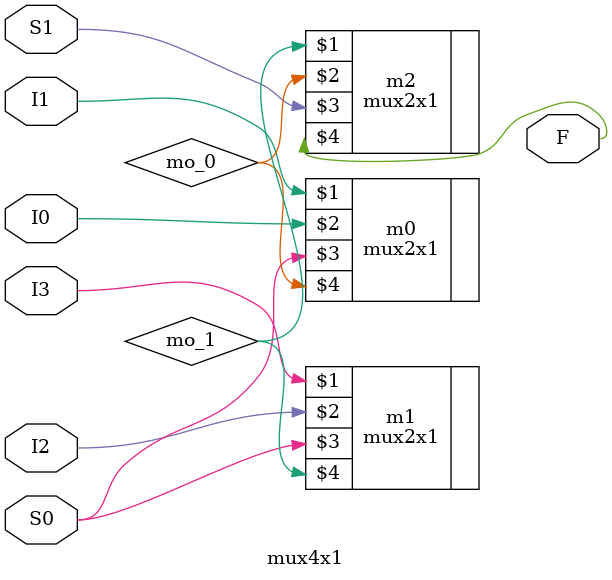
<source format=v>
`timescale 1ns / 1ps

module mux4x1(input I3, I2, I1, I0, S1, S0, output F);
	//Reduced version
	wire mo_0, mo_1;
	
	mux2x1 m0(I1, I0, S0, mo_0);
	mux2x1 m1(I3, I2, S0, mo_1);
	mux2x1 m2(mo_1, mo_0, S1, F);
	
	
	/* Old Version
	wire ms_1, ms_0, mo_1, mo_0;
	
	and a1(ms_0, ~S1, S0);
	mux2x1 m1(I1, I0, ms_0, mo_0);
	
	and a2(ms_1, S1, S0);
	mux2x1 m2(I3, I2, ms_1, mo_1);
	
	mux2x1 m3(mo_1, mo_0, S1, F);
	*/
endmodule

</source>
